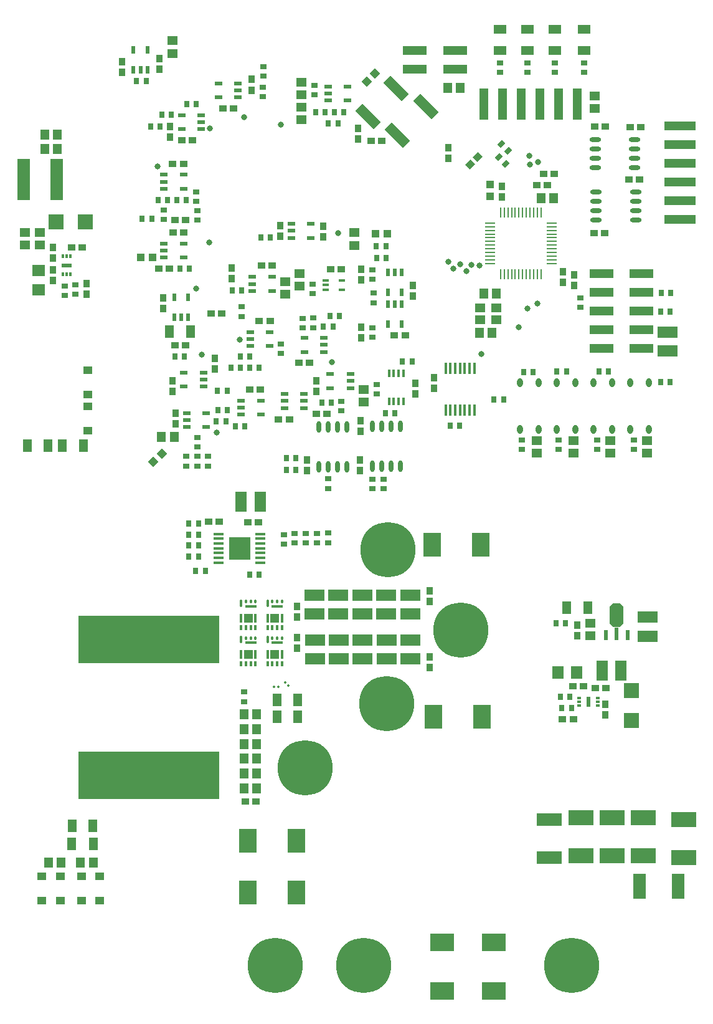
<source format=gbr>
%TF.GenerationSoftware,Altium Limited,Altium Designer,22.1.2 (22)*%
G04 Layer_Color=8421504*
%FSLAX45Y45*%
%MOMM*%
%TF.SameCoordinates,C5451D44-FA68-4CDD-92CA-08ED0B408621*%
%TF.FilePolarity,Positive*%
%TF.FileFunction,Paste,Top*%
%TF.Part,Single*%
G01*
G75*
%TA.AperFunction,TestPad*%
%ADD10C,0.80000*%
%TA.AperFunction,SMDPad,CuDef*%
%ADD11R,1.05000X0.95000*%
%ADD12R,1.00000X0.60000*%
%ADD13R,0.95000X0.70000*%
%ADD14R,0.60000X1.00000*%
%ADD15R,1.45000X1.25000*%
%ADD16O,1.55000X0.60000*%
%ADD17R,4.20000X1.27000*%
%ADD18R,3.17500X1.27000*%
%ADD19R,0.70000X0.95000*%
%ADD20R,2.70000X1.60000*%
%ADD21R,0.95000X1.05000*%
%ADD22R,1.25000X1.45000*%
%ADD23R,1.40000X1.20000*%
%ADD24R,1.00000X1.00000*%
%ADD25O,1.40000X0.24500*%
%ADD26O,0.24500X1.40000*%
G04:AMPARAMS|DCode=27|XSize=0.95mm|YSize=0.7mm|CornerRadius=0mm|HoleSize=0mm|Usage=FLASHONLY|Rotation=225.000|XOffset=0mm|YOffset=0mm|HoleType=Round|Shape=Rectangle|*
%AMROTATEDRECTD27*
4,1,4,0.08839,0.58336,0.58336,0.08839,-0.08839,-0.58336,-0.58336,-0.08839,0.08839,0.58336,0.0*
%
%ADD27ROTATEDRECTD27*%

G04:AMPARAMS|DCode=28|XSize=0.95mm|YSize=1.05mm|CornerRadius=0mm|HoleSize=0mm|Usage=FLASHONLY|Rotation=135.000|XOffset=0mm|YOffset=0mm|HoleType=Round|Shape=Rectangle|*
%AMROTATEDRECTD28*
4,1,4,0.70711,0.03535,-0.03535,-0.70711,-0.70711,-0.03535,0.03535,0.70711,0.70711,0.03535,0.0*
%
%ADD28ROTATEDRECTD28*%

%ADD29R,1.27000X4.20000*%
%ADD30P,1.41421X4X360.0*%
G04:AMPARAMS|DCode=31|XSize=1.397mm|YSize=3.556mm|CornerRadius=0mm|HoleSize=0mm|Usage=FLASHONLY|Rotation=225.000|XOffset=0mm|YOffset=0mm|HoleType=Round|Shape=Rectangle|*
%AMROTATEDRECTD31*
4,1,4,-0.76332,1.75115,1.75115,-0.76332,0.76332,-1.75115,-1.75115,0.76332,-0.76332,1.75115,0.0*
%
%ADD31ROTATEDRECTD31*%

%ADD32R,1.05000X0.60000*%
%ADD33R,1.00000X1.00000*%
%ADD34R,0.90000X0.39500*%
%ADD35R,0.60000X1.05000*%
%ADD36R,1.25000X1.75000*%
%ADD37R,1.80000X5.70000*%
%ADD38R,2.00000X2.00000*%
%ADD39R,0.30000X0.60000*%
%ADD42R,1.80000X1.60000*%
%ADD43R,1.20000X1.00000*%
%ADD44O,0.80000X1.20000*%
%ADD45R,0.35000X1.60000*%
%ADD46O,0.39500X1.10000*%
%ADD47R,1.10000X0.60000*%
%ADD48O,0.60000X1.55000*%
%ADD49R,3.00000X3.10000*%
%ADD50R,1.45000X0.35000*%
%ADD51R,1.60000X2.70000*%
%ADD52C,7.50000*%
%ADD54R,19.20000X6.55000*%
%ADD55R,1.30000X1.80000*%
%ADD56R,2.40000X3.30000*%
G04:AMPARAMS|DCode=57|XSize=1.9mm|YSize=3.2mm|CornerRadius=0mm|HoleSize=0mm|Usage=FLASHONLY|Rotation=180.000|XOffset=0mm|YOffset=0mm|HoleType=Round|Shape=Octagon|*
%AMOCTAGOND57*
4,1,8,0.47500,-1.60000,-0.47500,-1.60000,-0.95000,-1.12500,-0.95000,1.12500,-0.47500,1.60000,0.47500,1.60000,0.95000,1.12500,0.95000,-1.12500,0.47500,-1.60000,0.0*
%
%ADD57OCTAGOND57*%

%ADD58R,0.60000X1.40000*%
%ADD59R,0.60000X1.80000*%
%ADD60R,1.60000X1.80000*%
%ADD61R,2.00000X2.00000*%
%ADD62R,0.60000X0.30000*%
%ADD65R,3.40000X2.00000*%
%ADD66R,3.50000X1.78000*%
%ADD67R,1.80000X1.30000*%
%ADD68R,1.78000X3.50000*%
%ADD69R,3.30000X2.40000*%
%ADD70C,0.35000*%
%TA.AperFunction,OtherPad,Pad Q3-L (35.425mm,51.935mm)*%
G04:AMPARAMS|DCode=111|XSize=0.28mm|YSize=0.72mm|CornerRadius=0.0742mm|HoleSize=0mm|Usage=FLASHONLY|Rotation=180.000|XOffset=0mm|YOffset=0mm|HoleType=Round|Shape=RoundedRectangle|*
%AMROUNDEDRECTD111*
21,1,0.28000,0.57160,0,0,180.0*
21,1,0.13160,0.72000,0,0,180.0*
1,1,0.14840,-0.06580,0.28580*
1,1,0.14840,0.06580,0.28580*
1,1,0.14840,0.06580,-0.28580*
1,1,0.14840,-0.06580,-0.28580*
%
%ADD111ROUNDEDRECTD111*%
%TA.AperFunction,OtherPad,Pad Q3-K (36.075mm,51.935mm)*%
G04:AMPARAMS|DCode=112|XSize=0.28mm|YSize=0.72mm|CornerRadius=0.0742mm|HoleSize=0mm|Usage=FLASHONLY|Rotation=180.000|XOffset=0mm|YOffset=0mm|HoleType=Round|Shape=RoundedRectangle|*
%AMROUNDEDRECTD112*
21,1,0.28000,0.57160,0,0,180.0*
21,1,0.13160,0.72000,0,0,180.0*
1,1,0.14840,-0.06580,0.28580*
1,1,0.14840,0.06580,0.28580*
1,1,0.14840,0.06580,-0.28580*
1,1,0.14840,-0.06580,-0.28580*
%
%ADD112ROUNDEDRECTD112*%
%TA.AperFunction,OtherPad,Pad Q3-J (36.725mm,51.935mm)*%
G04:AMPARAMS|DCode=113|XSize=0.28mm|YSize=0.72mm|CornerRadius=0.0742mm|HoleSize=0mm|Usage=FLASHONLY|Rotation=180.000|XOffset=0mm|YOffset=0mm|HoleType=Round|Shape=RoundedRectangle|*
%AMROUNDEDRECTD113*
21,1,0.28000,0.57160,0,0,180.0*
21,1,0.13160,0.72000,0,0,180.0*
1,1,0.14840,-0.06580,0.28580*
1,1,0.14840,0.06580,0.28580*
1,1,0.14840,0.06580,-0.28580*
1,1,0.14840,-0.06580,-0.28580*
%
%ADD113ROUNDEDRECTD113*%
%TA.AperFunction,OtherPad,Pad Q3-I (37.375mm,51.935mm)*%
G04:AMPARAMS|DCode=114|XSize=0.28mm|YSize=0.72mm|CornerRadius=0.0742mm|HoleSize=0mm|Usage=FLASHONLY|Rotation=180.000|XOffset=0mm|YOffset=0mm|HoleType=Round|Shape=RoundedRectangle|*
%AMROUNDEDRECTD114*
21,1,0.28000,0.57160,0,0,180.0*
21,1,0.13160,0.72000,0,0,180.0*
1,1,0.14840,-0.06580,0.28580*
1,1,0.14840,0.06580,0.28580*
1,1,0.14840,0.06580,-0.28580*
1,1,0.14840,-0.06580,-0.28580*
%
%ADD114ROUNDEDRECTD114*%
%TA.AperFunction,OtherPad,Pad Q3-A (37.375mm,55.455mm)*%
G04:AMPARAMS|DCode=115|XSize=0.28mm|YSize=0.52mm|CornerRadius=0.0742mm|HoleSize=0mm|Usage=FLASHONLY|Rotation=180.000|XOffset=0mm|YOffset=0mm|HoleType=Round|Shape=RoundedRectangle|*
%AMROUNDEDRECTD115*
21,1,0.28000,0.37160,0,0,180.0*
21,1,0.13160,0.52000,0,0,180.0*
1,1,0.14840,-0.06580,0.18580*
1,1,0.14840,0.06580,0.18580*
1,1,0.14840,0.06580,-0.18580*
1,1,0.14840,-0.06580,-0.18580*
%
%ADD115ROUNDEDRECTD115*%
%TA.AperFunction,OtherPad,Pad Q3-D (36.725mm,55.455mm)*%
G04:AMPARAMS|DCode=116|XSize=0.28mm|YSize=0.52mm|CornerRadius=0.0742mm|HoleSize=0mm|Usage=FLASHONLY|Rotation=180.000|XOffset=0mm|YOffset=0mm|HoleType=Round|Shape=RoundedRectangle|*
%AMROUNDEDRECTD116*
21,1,0.28000,0.37160,0,0,180.0*
21,1,0.13160,0.52000,0,0,180.0*
1,1,0.14840,-0.06580,0.18580*
1,1,0.14840,0.06580,0.18580*
1,1,0.14840,0.06580,-0.18580*
1,1,0.14840,-0.06580,-0.18580*
%
%ADD116ROUNDEDRECTD116*%
%TA.AperFunction,OtherPad,Pad Q3-E (36.075mm,55.455mm)*%
G04:AMPARAMS|DCode=117|XSize=0.28mm|YSize=0.52mm|CornerRadius=0.0742mm|HoleSize=0mm|Usage=FLASHONLY|Rotation=180.000|XOffset=0mm|YOffset=0mm|HoleType=Round|Shape=RoundedRectangle|*
%AMROUNDEDRECTD117*
21,1,0.28000,0.37160,0,0,180.0*
21,1,0.13160,0.52000,0,0,180.0*
1,1,0.14840,-0.06580,0.18580*
1,1,0.14840,0.06580,0.18580*
1,1,0.14840,0.06580,-0.18580*
1,1,0.14840,-0.06580,-0.18580*
%
%ADD117ROUNDEDRECTD117*%
%TA.AperFunction,OtherPad,Pad Q3-B (36.725mm,54.805mm)*%
G04:AMPARAMS|DCode=118|XSize=0.32mm|YSize=1.58mm|CornerRadius=0.0752mm|HoleSize=0mm|Usage=FLASHONLY|Rotation=270.000|XOffset=0mm|YOffset=0mm|HoleType=Round|Shape=RoundedRectangle|*
%AMROUNDEDRECTD118*
21,1,0.32000,1.42960,0,0,270.0*
21,1,0.16960,1.58000,0,0,270.0*
1,1,0.15040,-0.71480,-0.08480*
1,1,0.15040,-0.71480,0.08480*
1,1,0.15040,0.71480,0.08480*
1,1,0.15040,0.71480,-0.08480*
%
%ADD118ROUNDEDRECTD118*%
%TA.AperFunction,OtherPad,Pad Q3-C (35.425mm,55.24mm)*%
G04:AMPARAMS|DCode=119|XSize=0.28mm|YSize=0.95mm|CornerRadius=0.0742mm|HoleSize=0mm|Usage=FLASHONLY|Rotation=180.000|XOffset=0mm|YOffset=0mm|HoleType=Round|Shape=RoundedRectangle|*
%AMROUNDEDRECTD119*
21,1,0.28000,0.80160,0,0,180.0*
21,1,0.13160,0.95000,0,0,180.0*
1,1,0.14840,-0.06580,0.40080*
1,1,0.14840,0.06580,0.40080*
1,1,0.14840,0.06580,-0.40080*
1,1,0.14840,-0.06580,-0.40080*
%
%ADD119ROUNDEDRECTD119*%
%TA.AperFunction,OtherPad,Pad Q3-F (36.4mm,53.2mm)*%
G04:AMPARAMS|DCode=120|XSize=1.11mm|YSize=1.25mm|CornerRadius=0.07215mm|HoleSize=0mm|Usage=FLASHONLY|Rotation=180.000|XOffset=0mm|YOffset=0mm|HoleType=Round|Shape=RoundedRectangle|*
%AMROUNDEDRECTD120*
21,1,1.11000,1.10570,0,0,180.0*
21,1,0.96570,1.25000,0,0,180.0*
1,1,0.14430,-0.48285,0.55285*
1,1,0.14430,0.48285,0.55285*
1,1,0.14430,0.48285,-0.55285*
1,1,0.14430,-0.48285,-0.55285*
%
%ADD120ROUNDEDRECTD120*%
%TA.AperFunction,OtherPad,Pad Q3-G (37.375mm,53.2mm)*%
G04:AMPARAMS|DCode=121|XSize=0.28mm|YSize=1.25mm|CornerRadius=0.0742mm|HoleSize=0mm|Usage=FLASHONLY|Rotation=180.000|XOffset=0mm|YOffset=0mm|HoleType=Round|Shape=RoundedRectangle|*
%AMROUNDEDRECTD121*
21,1,0.28000,1.10160,0,0,180.0*
21,1,0.13160,1.25000,0,0,180.0*
1,1,0.14840,-0.06580,0.55080*
1,1,0.14840,0.06580,0.55080*
1,1,0.14840,0.06580,-0.55080*
1,1,0.14840,-0.06580,-0.55080*
%
%ADD121ROUNDEDRECTD121*%
%TA.AperFunction,OtherPad,Pad Q3-H (35.425mm,53.2mm)*%
G04:AMPARAMS|DCode=122|XSize=0.28mm|YSize=1.25mm|CornerRadius=0.0742mm|HoleSize=0mm|Usage=FLASHONLY|Rotation=180.000|XOffset=0mm|YOffset=0mm|HoleType=Round|Shape=RoundedRectangle|*
%AMROUNDEDRECTD122*
21,1,0.28000,1.10160,0,0,180.0*
21,1,0.13160,1.25000,0,0,180.0*
1,1,0.14840,-0.06580,0.55080*
1,1,0.14840,0.06580,0.55080*
1,1,0.14840,0.06580,-0.55080*
1,1,0.14840,-0.06580,-0.55080*
%
%ADD122ROUNDEDRECTD122*%
%TA.AperFunction,OtherPad,Pad Q4-L (31.825mm,51.935mm)*%
G04:AMPARAMS|DCode=123|XSize=0.28mm|YSize=0.72mm|CornerRadius=0.0742mm|HoleSize=0mm|Usage=FLASHONLY|Rotation=180.000|XOffset=0mm|YOffset=0mm|HoleType=Round|Shape=RoundedRectangle|*
%AMROUNDEDRECTD123*
21,1,0.28000,0.57160,0,0,180.0*
21,1,0.13160,0.72000,0,0,180.0*
1,1,0.14840,-0.06580,0.28580*
1,1,0.14840,0.06580,0.28580*
1,1,0.14840,0.06580,-0.28580*
1,1,0.14840,-0.06580,-0.28580*
%
%ADD123ROUNDEDRECTD123*%
%TA.AperFunction,OtherPad,Pad Q4-K (32.475mm,51.935mm)*%
G04:AMPARAMS|DCode=124|XSize=0.28mm|YSize=0.72mm|CornerRadius=0.0742mm|HoleSize=0mm|Usage=FLASHONLY|Rotation=180.000|XOffset=0mm|YOffset=0mm|HoleType=Round|Shape=RoundedRectangle|*
%AMROUNDEDRECTD124*
21,1,0.28000,0.57160,0,0,180.0*
21,1,0.13160,0.72000,0,0,180.0*
1,1,0.14840,-0.06580,0.28580*
1,1,0.14840,0.06580,0.28580*
1,1,0.14840,0.06580,-0.28580*
1,1,0.14840,-0.06580,-0.28580*
%
%ADD124ROUNDEDRECTD124*%
%TA.AperFunction,OtherPad,Pad Q4-J (33.125mm,51.935mm)*%
G04:AMPARAMS|DCode=125|XSize=0.28mm|YSize=0.72mm|CornerRadius=0.0742mm|HoleSize=0mm|Usage=FLASHONLY|Rotation=180.000|XOffset=0mm|YOffset=0mm|HoleType=Round|Shape=RoundedRectangle|*
%AMROUNDEDRECTD125*
21,1,0.28000,0.57160,0,0,180.0*
21,1,0.13160,0.72000,0,0,180.0*
1,1,0.14840,-0.06580,0.28580*
1,1,0.14840,0.06580,0.28580*
1,1,0.14840,0.06580,-0.28580*
1,1,0.14840,-0.06580,-0.28580*
%
%ADD125ROUNDEDRECTD125*%
%TA.AperFunction,OtherPad,Pad Q4-I (33.775mm,51.935mm)*%
G04:AMPARAMS|DCode=126|XSize=0.28mm|YSize=0.72mm|CornerRadius=0.0742mm|HoleSize=0mm|Usage=FLASHONLY|Rotation=180.000|XOffset=0mm|YOffset=0mm|HoleType=Round|Shape=RoundedRectangle|*
%AMROUNDEDRECTD126*
21,1,0.28000,0.57160,0,0,180.0*
21,1,0.13160,0.72000,0,0,180.0*
1,1,0.14840,-0.06580,0.28580*
1,1,0.14840,0.06580,0.28580*
1,1,0.14840,0.06580,-0.28580*
1,1,0.14840,-0.06580,-0.28580*
%
%ADD126ROUNDEDRECTD126*%
%TA.AperFunction,OtherPad,Pad Q4-A (33.775mm,55.455mm)*%
G04:AMPARAMS|DCode=127|XSize=0.28mm|YSize=0.52mm|CornerRadius=0.0742mm|HoleSize=0mm|Usage=FLASHONLY|Rotation=180.000|XOffset=0mm|YOffset=0mm|HoleType=Round|Shape=RoundedRectangle|*
%AMROUNDEDRECTD127*
21,1,0.28000,0.37160,0,0,180.0*
21,1,0.13160,0.52000,0,0,180.0*
1,1,0.14840,-0.06580,0.18580*
1,1,0.14840,0.06580,0.18580*
1,1,0.14840,0.06580,-0.18580*
1,1,0.14840,-0.06580,-0.18580*
%
%ADD127ROUNDEDRECTD127*%
%TA.AperFunction,OtherPad,Pad Q4-D (33.125mm,55.455mm)*%
G04:AMPARAMS|DCode=128|XSize=0.28mm|YSize=0.52mm|CornerRadius=0.0742mm|HoleSize=0mm|Usage=FLASHONLY|Rotation=180.000|XOffset=0mm|YOffset=0mm|HoleType=Round|Shape=RoundedRectangle|*
%AMROUNDEDRECTD128*
21,1,0.28000,0.37160,0,0,180.0*
21,1,0.13160,0.52000,0,0,180.0*
1,1,0.14840,-0.06580,0.18580*
1,1,0.14840,0.06580,0.18580*
1,1,0.14840,0.06580,-0.18580*
1,1,0.14840,-0.06580,-0.18580*
%
%ADD128ROUNDEDRECTD128*%
%TA.AperFunction,OtherPad,Pad Q4-E (32.475mm,55.455mm)*%
G04:AMPARAMS|DCode=129|XSize=0.28mm|YSize=0.52mm|CornerRadius=0.0742mm|HoleSize=0mm|Usage=FLASHONLY|Rotation=180.000|XOffset=0mm|YOffset=0mm|HoleType=Round|Shape=RoundedRectangle|*
%AMROUNDEDRECTD129*
21,1,0.28000,0.37160,0,0,180.0*
21,1,0.13160,0.52000,0,0,180.0*
1,1,0.14840,-0.06580,0.18580*
1,1,0.14840,0.06580,0.18580*
1,1,0.14840,0.06580,-0.18580*
1,1,0.14840,-0.06580,-0.18580*
%
%ADD129ROUNDEDRECTD129*%
%TA.AperFunction,OtherPad,Pad Q4-B (33.125mm,54.805mm)*%
G04:AMPARAMS|DCode=130|XSize=0.32mm|YSize=1.58mm|CornerRadius=0.0752mm|HoleSize=0mm|Usage=FLASHONLY|Rotation=270.000|XOffset=0mm|YOffset=0mm|HoleType=Round|Shape=RoundedRectangle|*
%AMROUNDEDRECTD130*
21,1,0.32000,1.42960,0,0,270.0*
21,1,0.16960,1.58000,0,0,270.0*
1,1,0.15040,-0.71480,-0.08480*
1,1,0.15040,-0.71480,0.08480*
1,1,0.15040,0.71480,0.08480*
1,1,0.15040,0.71480,-0.08480*
%
%ADD130ROUNDEDRECTD130*%
%TA.AperFunction,OtherPad,Pad Q4-C (31.825mm,55.24mm)*%
G04:AMPARAMS|DCode=131|XSize=0.28mm|YSize=0.95mm|CornerRadius=0.0742mm|HoleSize=0mm|Usage=FLASHONLY|Rotation=180.000|XOffset=0mm|YOffset=0mm|HoleType=Round|Shape=RoundedRectangle|*
%AMROUNDEDRECTD131*
21,1,0.28000,0.80160,0,0,180.0*
21,1,0.13160,0.95000,0,0,180.0*
1,1,0.14840,-0.06580,0.40080*
1,1,0.14840,0.06580,0.40080*
1,1,0.14840,0.06580,-0.40080*
1,1,0.14840,-0.06580,-0.40080*
%
%ADD131ROUNDEDRECTD131*%
%TA.AperFunction,OtherPad,Pad Q4-F (32.8mm,53.2mm)*%
G04:AMPARAMS|DCode=132|XSize=1.11mm|YSize=1.25mm|CornerRadius=0.07215mm|HoleSize=0mm|Usage=FLASHONLY|Rotation=180.000|XOffset=0mm|YOffset=0mm|HoleType=Round|Shape=RoundedRectangle|*
%AMROUNDEDRECTD132*
21,1,1.11000,1.10570,0,0,180.0*
21,1,0.96570,1.25000,0,0,180.0*
1,1,0.14430,-0.48285,0.55285*
1,1,0.14430,0.48285,0.55285*
1,1,0.14430,0.48285,-0.55285*
1,1,0.14430,-0.48285,-0.55285*
%
%ADD132ROUNDEDRECTD132*%
%TA.AperFunction,OtherPad,Pad Q4-G (33.775mm,53.2mm)*%
G04:AMPARAMS|DCode=133|XSize=0.28mm|YSize=1.25mm|CornerRadius=0.0742mm|HoleSize=0mm|Usage=FLASHONLY|Rotation=180.000|XOffset=0mm|YOffset=0mm|HoleType=Round|Shape=RoundedRectangle|*
%AMROUNDEDRECTD133*
21,1,0.28000,1.10160,0,0,180.0*
21,1,0.13160,1.25000,0,0,180.0*
1,1,0.14840,-0.06580,0.55080*
1,1,0.14840,0.06580,0.55080*
1,1,0.14840,0.06580,-0.55080*
1,1,0.14840,-0.06580,-0.55080*
%
%ADD133ROUNDEDRECTD133*%
%TA.AperFunction,OtherPad,Pad Q4-H (31.825mm,53.2mm)*%
G04:AMPARAMS|DCode=134|XSize=0.28mm|YSize=1.25mm|CornerRadius=0.0742mm|HoleSize=0mm|Usage=FLASHONLY|Rotation=180.000|XOffset=0mm|YOffset=0mm|HoleType=Round|Shape=RoundedRectangle|*
%AMROUNDEDRECTD134*
21,1,0.28000,1.10160,0,0,180.0*
21,1,0.13160,1.25000,0,0,180.0*
1,1,0.14840,-0.06580,0.55080*
1,1,0.14840,0.06580,0.55080*
1,1,0.14840,0.06580,-0.55080*
1,1,0.14840,-0.06580,-0.55080*
%
%ADD134ROUNDEDRECTD134*%
%TA.AperFunction,OtherPad,Pad Q2-L (31.825mm,46.99mm)*%
G04:AMPARAMS|DCode=135|XSize=0.28mm|YSize=0.72mm|CornerRadius=0.0742mm|HoleSize=0mm|Usage=FLASHONLY|Rotation=180.000|XOffset=0mm|YOffset=0mm|HoleType=Round|Shape=RoundedRectangle|*
%AMROUNDEDRECTD135*
21,1,0.28000,0.57160,0,0,180.0*
21,1,0.13160,0.72000,0,0,180.0*
1,1,0.14840,-0.06580,0.28580*
1,1,0.14840,0.06580,0.28580*
1,1,0.14840,0.06580,-0.28580*
1,1,0.14840,-0.06580,-0.28580*
%
%ADD135ROUNDEDRECTD135*%
%TA.AperFunction,OtherPad,Pad Q2-K (32.475mm,46.99mm)*%
G04:AMPARAMS|DCode=136|XSize=0.28mm|YSize=0.72mm|CornerRadius=0.0742mm|HoleSize=0mm|Usage=FLASHONLY|Rotation=180.000|XOffset=0mm|YOffset=0mm|HoleType=Round|Shape=RoundedRectangle|*
%AMROUNDEDRECTD136*
21,1,0.28000,0.57160,0,0,180.0*
21,1,0.13160,0.72000,0,0,180.0*
1,1,0.14840,-0.06580,0.28580*
1,1,0.14840,0.06580,0.28580*
1,1,0.14840,0.06580,-0.28580*
1,1,0.14840,-0.06580,-0.28580*
%
%ADD136ROUNDEDRECTD136*%
%TA.AperFunction,OtherPad,Pad Q2-J (33.125mm,46.99mm)*%
G04:AMPARAMS|DCode=137|XSize=0.28mm|YSize=0.72mm|CornerRadius=0.0742mm|HoleSize=0mm|Usage=FLASHONLY|Rotation=180.000|XOffset=0mm|YOffset=0mm|HoleType=Round|Shape=RoundedRectangle|*
%AMROUNDEDRECTD137*
21,1,0.28000,0.57160,0,0,180.0*
21,1,0.13160,0.72000,0,0,180.0*
1,1,0.14840,-0.06580,0.28580*
1,1,0.14840,0.06580,0.28580*
1,1,0.14840,0.06580,-0.28580*
1,1,0.14840,-0.06580,-0.28580*
%
%ADD137ROUNDEDRECTD137*%
%TA.AperFunction,OtherPad,Pad Q2-I (33.775mm,46.99mm)*%
G04:AMPARAMS|DCode=138|XSize=0.28mm|YSize=0.72mm|CornerRadius=0.0742mm|HoleSize=0mm|Usage=FLASHONLY|Rotation=180.000|XOffset=0mm|YOffset=0mm|HoleType=Round|Shape=RoundedRectangle|*
%AMROUNDEDRECTD138*
21,1,0.28000,0.57160,0,0,180.0*
21,1,0.13160,0.72000,0,0,180.0*
1,1,0.14840,-0.06580,0.28580*
1,1,0.14840,0.06580,0.28580*
1,1,0.14840,0.06580,-0.28580*
1,1,0.14840,-0.06580,-0.28580*
%
%ADD138ROUNDEDRECTD138*%
%TA.AperFunction,OtherPad,Pad Q2-A (33.775mm,50.51mm)*%
G04:AMPARAMS|DCode=139|XSize=0.28mm|YSize=0.52mm|CornerRadius=0.0742mm|HoleSize=0mm|Usage=FLASHONLY|Rotation=180.000|XOffset=0mm|YOffset=0mm|HoleType=Round|Shape=RoundedRectangle|*
%AMROUNDEDRECTD139*
21,1,0.28000,0.37160,0,0,180.0*
21,1,0.13160,0.52000,0,0,180.0*
1,1,0.14840,-0.06580,0.18580*
1,1,0.14840,0.06580,0.18580*
1,1,0.14840,0.06580,-0.18580*
1,1,0.14840,-0.06580,-0.18580*
%
%ADD139ROUNDEDRECTD139*%
%TA.AperFunction,OtherPad,Pad Q2-D (33.125mm,50.51mm)*%
G04:AMPARAMS|DCode=140|XSize=0.28mm|YSize=0.52mm|CornerRadius=0.0742mm|HoleSize=0mm|Usage=FLASHONLY|Rotation=180.000|XOffset=0mm|YOffset=0mm|HoleType=Round|Shape=RoundedRectangle|*
%AMROUNDEDRECTD140*
21,1,0.28000,0.37160,0,0,180.0*
21,1,0.13160,0.52000,0,0,180.0*
1,1,0.14840,-0.06580,0.18580*
1,1,0.14840,0.06580,0.18580*
1,1,0.14840,0.06580,-0.18580*
1,1,0.14840,-0.06580,-0.18580*
%
%ADD140ROUNDEDRECTD140*%
%TA.AperFunction,OtherPad,Pad Q2-E (32.475mm,50.51mm)*%
G04:AMPARAMS|DCode=141|XSize=0.28mm|YSize=0.52mm|CornerRadius=0.0742mm|HoleSize=0mm|Usage=FLASHONLY|Rotation=180.000|XOffset=0mm|YOffset=0mm|HoleType=Round|Shape=RoundedRectangle|*
%AMROUNDEDRECTD141*
21,1,0.28000,0.37160,0,0,180.0*
21,1,0.13160,0.52000,0,0,180.0*
1,1,0.14840,-0.06580,0.18580*
1,1,0.14840,0.06580,0.18580*
1,1,0.14840,0.06580,-0.18580*
1,1,0.14840,-0.06580,-0.18580*
%
%ADD141ROUNDEDRECTD141*%
%TA.AperFunction,OtherPad,Pad Q2-B (33.125mm,49.86mm)*%
G04:AMPARAMS|DCode=142|XSize=0.32mm|YSize=1.58mm|CornerRadius=0.0752mm|HoleSize=0mm|Usage=FLASHONLY|Rotation=270.000|XOffset=0mm|YOffset=0mm|HoleType=Round|Shape=RoundedRectangle|*
%AMROUNDEDRECTD142*
21,1,0.32000,1.42960,0,0,270.0*
21,1,0.16960,1.58000,0,0,270.0*
1,1,0.15040,-0.71480,-0.08480*
1,1,0.15040,-0.71480,0.08480*
1,1,0.15040,0.71480,0.08480*
1,1,0.15040,0.71480,-0.08480*
%
%ADD142ROUNDEDRECTD142*%
%TA.AperFunction,OtherPad,Pad Q2-C (31.825mm,50.295mm)*%
G04:AMPARAMS|DCode=143|XSize=0.28mm|YSize=0.95mm|CornerRadius=0.0742mm|HoleSize=0mm|Usage=FLASHONLY|Rotation=180.000|XOffset=0mm|YOffset=0mm|HoleType=Round|Shape=RoundedRectangle|*
%AMROUNDEDRECTD143*
21,1,0.28000,0.80160,0,0,180.0*
21,1,0.13160,0.95000,0,0,180.0*
1,1,0.14840,-0.06580,0.40080*
1,1,0.14840,0.06580,0.40080*
1,1,0.14840,0.06580,-0.40080*
1,1,0.14840,-0.06580,-0.40080*
%
%ADD143ROUNDEDRECTD143*%
%TA.AperFunction,OtherPad,Pad Q2-F (32.8mm,48.255mm)*%
G04:AMPARAMS|DCode=144|XSize=1.11mm|YSize=1.25mm|CornerRadius=0.07215mm|HoleSize=0mm|Usage=FLASHONLY|Rotation=180.000|XOffset=0mm|YOffset=0mm|HoleType=Round|Shape=RoundedRectangle|*
%AMROUNDEDRECTD144*
21,1,1.11000,1.10570,0,0,180.0*
21,1,0.96570,1.25000,0,0,180.0*
1,1,0.14430,-0.48285,0.55285*
1,1,0.14430,0.48285,0.55285*
1,1,0.14430,0.48285,-0.55285*
1,1,0.14430,-0.48285,-0.55285*
%
%ADD144ROUNDEDRECTD144*%
%TA.AperFunction,OtherPad,Pad Q2-G (33.775mm,48.255mm)*%
G04:AMPARAMS|DCode=145|XSize=0.28mm|YSize=1.25mm|CornerRadius=0.0742mm|HoleSize=0mm|Usage=FLASHONLY|Rotation=180.000|XOffset=0mm|YOffset=0mm|HoleType=Round|Shape=RoundedRectangle|*
%AMROUNDEDRECTD145*
21,1,0.28000,1.10160,0,0,180.0*
21,1,0.13160,1.25000,0,0,180.0*
1,1,0.14840,-0.06580,0.55080*
1,1,0.14840,0.06580,0.55080*
1,1,0.14840,0.06580,-0.55080*
1,1,0.14840,-0.06580,-0.55080*
%
%ADD145ROUNDEDRECTD145*%
%TA.AperFunction,OtherPad,Pad Q2-H (31.825mm,48.255mm)*%
G04:AMPARAMS|DCode=146|XSize=0.28mm|YSize=1.25mm|CornerRadius=0.0742mm|HoleSize=0mm|Usage=FLASHONLY|Rotation=180.000|XOffset=0mm|YOffset=0mm|HoleType=Round|Shape=RoundedRectangle|*
%AMROUNDEDRECTD146*
21,1,0.28000,1.10160,0,0,180.0*
21,1,0.13160,1.25000,0,0,180.0*
1,1,0.14840,-0.06580,0.55080*
1,1,0.14840,0.06580,0.55080*
1,1,0.14840,0.06580,-0.55080*
1,1,0.14840,-0.06580,-0.55080*
%
%ADD146ROUNDEDRECTD146*%
%TA.AperFunction,OtherPad,Pad Q1-L (35.425mm,46.99mm)*%
G04:AMPARAMS|DCode=147|XSize=0.28mm|YSize=0.72mm|CornerRadius=0.0742mm|HoleSize=0mm|Usage=FLASHONLY|Rotation=180.000|XOffset=0mm|YOffset=0mm|HoleType=Round|Shape=RoundedRectangle|*
%AMROUNDEDRECTD147*
21,1,0.28000,0.57160,0,0,180.0*
21,1,0.13160,0.72000,0,0,180.0*
1,1,0.14840,-0.06580,0.28580*
1,1,0.14840,0.06580,0.28580*
1,1,0.14840,0.06580,-0.28580*
1,1,0.14840,-0.06580,-0.28580*
%
%ADD147ROUNDEDRECTD147*%
%TA.AperFunction,OtherPad,Pad Q1-K (36.075mm,46.99mm)*%
G04:AMPARAMS|DCode=148|XSize=0.28mm|YSize=0.72mm|CornerRadius=0.0742mm|HoleSize=0mm|Usage=FLASHONLY|Rotation=180.000|XOffset=0mm|YOffset=0mm|HoleType=Round|Shape=RoundedRectangle|*
%AMROUNDEDRECTD148*
21,1,0.28000,0.57160,0,0,180.0*
21,1,0.13160,0.72000,0,0,180.0*
1,1,0.14840,-0.06580,0.28580*
1,1,0.14840,0.06580,0.28580*
1,1,0.14840,0.06580,-0.28580*
1,1,0.14840,-0.06580,-0.28580*
%
%ADD148ROUNDEDRECTD148*%
%TA.AperFunction,OtherPad,Pad Q1-J (36.725mm,46.99mm)*%
G04:AMPARAMS|DCode=149|XSize=0.28mm|YSize=0.72mm|CornerRadius=0.0742mm|HoleSize=0mm|Usage=FLASHONLY|Rotation=180.000|XOffset=0mm|YOffset=0mm|HoleType=Round|Shape=RoundedRectangle|*
%AMROUNDEDRECTD149*
21,1,0.28000,0.57160,0,0,180.0*
21,1,0.13160,0.72000,0,0,180.0*
1,1,0.14840,-0.06580,0.28580*
1,1,0.14840,0.06580,0.28580*
1,1,0.14840,0.06580,-0.28580*
1,1,0.14840,-0.06580,-0.28580*
%
%ADD149ROUNDEDRECTD149*%
%TA.AperFunction,OtherPad,Pad Q1-I (37.375mm,46.99mm)*%
G04:AMPARAMS|DCode=150|XSize=0.28mm|YSize=0.72mm|CornerRadius=0.0742mm|HoleSize=0mm|Usage=FLASHONLY|Rotation=180.000|XOffset=0mm|YOffset=0mm|HoleType=Round|Shape=RoundedRectangle|*
%AMROUNDEDRECTD150*
21,1,0.28000,0.57160,0,0,180.0*
21,1,0.13160,0.72000,0,0,180.0*
1,1,0.14840,-0.06580,0.28580*
1,1,0.14840,0.06580,0.28580*
1,1,0.14840,0.06580,-0.28580*
1,1,0.14840,-0.06580,-0.28580*
%
%ADD150ROUNDEDRECTD150*%
%TA.AperFunction,OtherPad,Pad Q1-A (37.375mm,50.51mm)*%
G04:AMPARAMS|DCode=151|XSize=0.28mm|YSize=0.52mm|CornerRadius=0.0742mm|HoleSize=0mm|Usage=FLASHONLY|Rotation=180.000|XOffset=0mm|YOffset=0mm|HoleType=Round|Shape=RoundedRectangle|*
%AMROUNDEDRECTD151*
21,1,0.28000,0.37160,0,0,180.0*
21,1,0.13160,0.52000,0,0,180.0*
1,1,0.14840,-0.06580,0.18580*
1,1,0.14840,0.06580,0.18580*
1,1,0.14840,0.06580,-0.18580*
1,1,0.14840,-0.06580,-0.18580*
%
%ADD151ROUNDEDRECTD151*%
%TA.AperFunction,OtherPad,Pad Q1-D (36.725mm,50.51mm)*%
G04:AMPARAMS|DCode=152|XSize=0.28mm|YSize=0.52mm|CornerRadius=0.0742mm|HoleSize=0mm|Usage=FLASHONLY|Rotation=180.000|XOffset=0mm|YOffset=0mm|HoleType=Round|Shape=RoundedRectangle|*
%AMROUNDEDRECTD152*
21,1,0.28000,0.37160,0,0,180.0*
21,1,0.13160,0.52000,0,0,180.0*
1,1,0.14840,-0.06580,0.18580*
1,1,0.14840,0.06580,0.18580*
1,1,0.14840,0.06580,-0.18580*
1,1,0.14840,-0.06580,-0.18580*
%
%ADD152ROUNDEDRECTD152*%
%TA.AperFunction,OtherPad,Pad Q1-E (36.075mm,50.51mm)*%
G04:AMPARAMS|DCode=153|XSize=0.28mm|YSize=0.52mm|CornerRadius=0.0742mm|HoleSize=0mm|Usage=FLASHONLY|Rotation=180.000|XOffset=0mm|YOffset=0mm|HoleType=Round|Shape=RoundedRectangle|*
%AMROUNDEDRECTD153*
21,1,0.28000,0.37160,0,0,180.0*
21,1,0.13160,0.52000,0,0,180.0*
1,1,0.14840,-0.06580,0.18580*
1,1,0.14840,0.06580,0.18580*
1,1,0.14840,0.06580,-0.18580*
1,1,0.14840,-0.06580,-0.18580*
%
%ADD153ROUNDEDRECTD153*%
%TA.AperFunction,OtherPad,Pad Q1-B (36.725mm,49.86mm)*%
G04:AMPARAMS|DCode=154|XSize=0.32mm|YSize=1.58mm|CornerRadius=0.0752mm|HoleSize=0mm|Usage=FLASHONLY|Rotation=270.000|XOffset=0mm|YOffset=0mm|HoleType=Round|Shape=RoundedRectangle|*
%AMROUNDEDRECTD154*
21,1,0.32000,1.42960,0,0,270.0*
21,1,0.16960,1.58000,0,0,270.0*
1,1,0.15040,-0.71480,-0.08480*
1,1,0.15040,-0.71480,0.08480*
1,1,0.15040,0.71480,0.08480*
1,1,0.15040,0.71480,-0.08480*
%
%ADD154ROUNDEDRECTD154*%
%TA.AperFunction,OtherPad,Pad Q1-C (35.425mm,50.295mm)*%
G04:AMPARAMS|DCode=155|XSize=0.28mm|YSize=0.95mm|CornerRadius=0.0742mm|HoleSize=0mm|Usage=FLASHONLY|Rotation=180.000|XOffset=0mm|YOffset=0mm|HoleType=Round|Shape=RoundedRectangle|*
%AMROUNDEDRECTD155*
21,1,0.28000,0.80160,0,0,180.0*
21,1,0.13160,0.95000,0,0,180.0*
1,1,0.14840,-0.06580,0.40080*
1,1,0.14840,0.06580,0.40080*
1,1,0.14840,0.06580,-0.40080*
1,1,0.14840,-0.06580,-0.40080*
%
%ADD155ROUNDEDRECTD155*%
%TA.AperFunction,OtherPad,Pad Q1-F (36.4mm,48.255mm)*%
G04:AMPARAMS|DCode=156|XSize=1.11mm|YSize=1.25mm|CornerRadius=0.07215mm|HoleSize=0mm|Usage=FLASHONLY|Rotation=180.000|XOffset=0mm|YOffset=0mm|HoleType=Round|Shape=RoundedRectangle|*
%AMROUNDEDRECTD156*
21,1,1.11000,1.10570,0,0,180.0*
21,1,0.96570,1.25000,0,0,180.0*
1,1,0.14430,-0.48285,0.55285*
1,1,0.14430,0.48285,0.55285*
1,1,0.14430,0.48285,-0.55285*
1,1,0.14430,-0.48285,-0.55285*
%
%ADD156ROUNDEDRECTD156*%
%TA.AperFunction,OtherPad,Pad Q1-G (37.375mm,48.255mm)*%
G04:AMPARAMS|DCode=157|XSize=0.28mm|YSize=1.25mm|CornerRadius=0.0742mm|HoleSize=0mm|Usage=FLASHONLY|Rotation=180.000|XOffset=0mm|YOffset=0mm|HoleType=Round|Shape=RoundedRectangle|*
%AMROUNDEDRECTD157*
21,1,0.28000,1.10160,0,0,180.0*
21,1,0.13160,1.25000,0,0,180.0*
1,1,0.14840,-0.06580,0.55080*
1,1,0.14840,0.06580,0.55080*
1,1,0.14840,0.06580,-0.55080*
1,1,0.14840,-0.06580,-0.55080*
%
%ADD157ROUNDEDRECTD157*%
%TA.AperFunction,OtherPad,Pad Q1-H (35.425mm,48.255mm)*%
G04:AMPARAMS|DCode=158|XSize=0.28mm|YSize=1.25mm|CornerRadius=0.0742mm|HoleSize=0mm|Usage=FLASHONLY|Rotation=180.000|XOffset=0mm|YOffset=0mm|HoleType=Round|Shape=RoundedRectangle|*
%AMROUNDEDRECTD158*
21,1,0.28000,1.10160,0,0,180.0*
21,1,0.13160,1.25000,0,0,180.0*
1,1,0.14840,-0.06580,0.55080*
1,1,0.14840,0.06580,0.55080*
1,1,0.14840,0.06580,-0.55080*
1,1,0.14840,-0.06580,-0.55080*
%
%ADD158ROUNDEDRECTD158*%
%TA.AperFunction,NonConductor*%
%ADD159R,1.40000X0.58000*%
%ADD160R,0.58000X1.40000*%
D10*
X4416351Y8799918D02*
D03*
X2850000Y7840000D02*
D03*
X3160000Y9102500D02*
D03*
X4500000Y10550000D02*
D03*
X2650000Y8900000D02*
D03*
X2575000Y9800000D02*
D03*
X2750000Y10425000D02*
D03*
X2050000Y11455000D02*
D03*
X2760000Y11972500D02*
D03*
X3225000Y12125000D02*
D03*
X3725000Y12025000D02*
D03*
X6955000Y9272500D02*
D03*
X7072500Y9522500D02*
D03*
X6445000Y8907500D02*
D03*
X7207500Y9592500D02*
D03*
X7217500Y11512500D02*
D03*
X7110000Y11482500D02*
D03*
X7097500Y11597500D02*
D03*
X6425000Y10110000D02*
D03*
X6315000Y10120000D02*
D03*
X6245000Y10037500D02*
D03*
X6160000Y10125000D02*
D03*
X6067500Y10067500D02*
D03*
X6000000Y10160000D02*
D03*
D11*
X3837500Y8015000D02*
D03*
X3692500D02*
D03*
X8457500Y11277500D02*
D03*
X8602500D02*
D03*
X8132500Y12000000D02*
D03*
X7987500D02*
D03*
X8615000Y11987500D02*
D03*
X8470000D02*
D03*
X8122500Y10550000D02*
D03*
X7977500D02*
D03*
X7437500Y11352500D02*
D03*
X7292500D02*
D03*
X7347500Y11202500D02*
D03*
X7202500D02*
D03*
X4952500Y11800000D02*
D03*
X5097500D02*
D03*
X3080000Y12242500D02*
D03*
X2935000D02*
D03*
X2520000Y11812500D02*
D03*
X2375000D02*
D03*
X2252500Y11492500D02*
D03*
X2397500D02*
D03*
X2430000Y10730000D02*
D03*
X2285000D02*
D03*
X2255000Y10560000D02*
D03*
X2400000D02*
D03*
X2207500Y10067500D02*
D03*
X2062500D02*
D03*
X4400000Y10057500D02*
D03*
X4545000D02*
D03*
X3460000Y10110000D02*
D03*
X3605000D02*
D03*
X5267500Y9160000D02*
D03*
X5412500D02*
D03*
X4110000Y8787500D02*
D03*
X3965000D02*
D03*
X3430000Y9360000D02*
D03*
X3575000D02*
D03*
X2775000Y9457500D02*
D03*
X2920000D02*
D03*
X2282500Y9022500D02*
D03*
X2427500D02*
D03*
X3440000Y8427500D02*
D03*
X3295000D02*
D03*
X875000Y10357500D02*
D03*
X1020000D02*
D03*
X4205000Y8095000D02*
D03*
X4350000D02*
D03*
X2742500Y6630000D02*
D03*
X2887500D02*
D03*
X3420000Y6625000D02*
D03*
X3275000D02*
D03*
X7840000Y4397500D02*
D03*
X7695000D02*
D03*
X7995000Y4367500D02*
D03*
X8140000D02*
D03*
X7698640Y3946481D02*
D03*
X7553640D02*
D03*
X3237500Y2830000D02*
D03*
X3382500D02*
D03*
D12*
X4667500Y8445000D02*
D03*
Y8540000D02*
D03*
Y8635000D02*
D03*
X4392500D02*
D03*
Y8445000D02*
D03*
D13*
X4547500Y8267500D02*
D03*
Y8137500D02*
D03*
X7795000Y9672500D02*
D03*
Y9542500D02*
D03*
X7850000Y12864999D02*
D03*
Y12735000D02*
D03*
X7450000Y12864999D02*
D03*
Y12735000D02*
D03*
X7075000Y12864999D02*
D03*
Y12735000D02*
D03*
X6700000Y12864999D02*
D03*
Y12735000D02*
D03*
X4182500Y12560000D02*
D03*
Y12430000D02*
D03*
X3482500Y12812500D02*
D03*
Y12682500D02*
D03*
X3477500Y12532500D02*
D03*
Y12402500D02*
D03*
X2572500Y10982500D02*
D03*
Y11112500D02*
D03*
X2587500Y10727500D02*
D03*
Y10857500D02*
D03*
X2127500Y10732500D02*
D03*
Y10862500D02*
D03*
X4155000Y9855000D02*
D03*
Y9725000D02*
D03*
X4970000Y10055000D02*
D03*
Y9925000D02*
D03*
X4980000Y9735000D02*
D03*
Y9605000D02*
D03*
X4970000Y9265000D02*
D03*
Y9135000D02*
D03*
X4015000Y9392500D02*
D03*
Y9262500D02*
D03*
X4165000Y9395000D02*
D03*
Y9265000D02*
D03*
X3187500Y9547500D02*
D03*
Y9417500D02*
D03*
X3722500Y8917500D02*
D03*
Y9047500D02*
D03*
X2585995Y7774243D02*
D03*
Y7644243D02*
D03*
X2735995Y7516743D02*
D03*
Y7386743D02*
D03*
X2585995Y7516743D02*
D03*
Y7386743D02*
D03*
X2435995Y7516743D02*
D03*
Y7386743D02*
D03*
X782500Y9832500D02*
D03*
Y9702500D02*
D03*
X932500Y9720000D02*
D03*
Y9850000D02*
D03*
X8525000Y7740000D02*
D03*
Y7610000D02*
D03*
X8025000Y7740000D02*
D03*
Y7610000D02*
D03*
X7500000Y7740000D02*
D03*
Y7610000D02*
D03*
X7000000Y7740000D02*
D03*
Y7610000D02*
D03*
X5025000Y8492500D02*
D03*
Y8362500D02*
D03*
X5120000Y7080000D02*
D03*
Y7210000D02*
D03*
X4970000Y7080000D02*
D03*
Y7210000D02*
D03*
X4362500Y7082500D02*
D03*
Y7212500D02*
D03*
X4370000Y6475000D02*
D03*
Y6345000D02*
D03*
X4212500Y6342500D02*
D03*
Y6472500D02*
D03*
X4062500Y6342500D02*
D03*
Y6472500D02*
D03*
X3912500Y6342500D02*
D03*
Y6472500D02*
D03*
X3220000Y4185000D02*
D03*
Y4315000D02*
D03*
X3762500Y6452500D02*
D03*
Y6322500D02*
D03*
D14*
X5365000Y9587500D02*
D03*
X5270000D02*
D03*
X5175000D02*
D03*
Y9312500D02*
D03*
X5365000D02*
D03*
Y10017500D02*
D03*
X5270000D02*
D03*
X5175000D02*
D03*
Y9742500D02*
D03*
X5365000D02*
D03*
X1720000Y12767500D02*
D03*
X1815000D02*
D03*
X1909999D02*
D03*
Y13042500D02*
D03*
X1720000D02*
D03*
D15*
X7990000Y12415000D02*
D03*
Y12245000D02*
D03*
X4005000Y12427500D02*
D03*
Y12597500D02*
D03*
X2247500Y12992500D02*
D03*
Y13162500D02*
D03*
X3780000Y9717500D02*
D03*
Y9887500D02*
D03*
X3980000Y9827500D02*
D03*
Y9997500D02*
D03*
X4720000Y10555000D02*
D03*
Y10385000D02*
D03*
X242500Y10387500D02*
D03*
Y10557500D02*
D03*
X445000Y10387500D02*
D03*
Y10557500D02*
D03*
X8700000Y7565000D02*
D03*
Y7735000D02*
D03*
X8200000Y7565000D02*
D03*
Y7735000D02*
D03*
X7700000Y7565000D02*
D03*
Y7735000D02*
D03*
X7200000Y7565000D02*
D03*
Y7735000D02*
D03*
X4850000Y8257500D02*
D03*
Y8427500D02*
D03*
X7930000Y5250000D02*
D03*
Y5080000D02*
D03*
X4005000Y12087500D02*
D03*
Y12257500D02*
D03*
D16*
X7995000Y11823000D02*
D03*
Y11696000D02*
D03*
Y11569000D02*
D03*
Y11442000D02*
D03*
X8535000Y11823000D02*
D03*
Y11696000D02*
D03*
Y11569000D02*
D03*
Y11442000D02*
D03*
X8544999Y10729500D02*
D03*
Y10856500D02*
D03*
Y10983500D02*
D03*
Y11110500D02*
D03*
X8004999Y10729500D02*
D03*
Y10856500D02*
D03*
Y10983500D02*
D03*
Y11110500D02*
D03*
D17*
X9150000Y10738000D02*
D03*
Y10992000D02*
D03*
Y11246000D02*
D03*
Y11500000D02*
D03*
Y11754000D02*
D03*
Y12008000D02*
D03*
D18*
X8626798Y9997699D02*
D03*
Y9743699D02*
D03*
Y9489699D02*
D03*
Y9235699D02*
D03*
Y8981699D02*
D03*
X8080698D02*
D03*
Y9235699D02*
D03*
Y9489699D02*
D03*
Y9743699D02*
D03*
Y9997699D02*
D03*
X5546950Y12780000D02*
D03*
Y13034000D02*
D03*
X6093050D02*
D03*
Y12780000D02*
D03*
D19*
X9023197Y9735699D02*
D03*
X8893197D02*
D03*
X9013197Y9480699D02*
D03*
X8883197D02*
D03*
X4580000Y12195000D02*
D03*
X4450000D02*
D03*
X4322500D02*
D03*
X4192500D02*
D03*
X4500000Y12040000D02*
D03*
X4370000D02*
D03*
X1760000Y12612500D02*
D03*
X1890000D02*
D03*
X2105000Y12155000D02*
D03*
X2235000D02*
D03*
X1950000Y12000000D02*
D03*
X2080000D02*
D03*
X2440000Y12305000D02*
D03*
X2570000D02*
D03*
X2307500Y10997500D02*
D03*
X2437500D02*
D03*
X2182500Y11000000D02*
D03*
X2052500D02*
D03*
X1967500Y10747500D02*
D03*
X1837500D02*
D03*
X2477500Y10065000D02*
D03*
X2347500D02*
D03*
X3450000Y10492500D02*
D03*
X3580000D02*
D03*
X3060000Y9772500D02*
D03*
X3190000D02*
D03*
X5020000Y10375000D02*
D03*
X5150000D02*
D03*
X5022500Y10210000D02*
D03*
X5152500D02*
D03*
X4517500Y9427500D02*
D03*
X4387500D02*
D03*
X4300000Y9277500D02*
D03*
X4430000D02*
D03*
X3172500Y8870000D02*
D03*
X3302500D02*
D03*
X3045000Y8717500D02*
D03*
X3175000D02*
D03*
X3295000D02*
D03*
X3425000D02*
D03*
X2282500Y8870000D02*
D03*
X2412500D02*
D03*
X2862500Y8405000D02*
D03*
X2992500D02*
D03*
X2868495Y8149243D02*
D03*
X2998495D02*
D03*
X2973495Y7996743D02*
D03*
X2843495D02*
D03*
X3232500Y7930000D02*
D03*
X3102500D02*
D03*
X8175000Y8670000D02*
D03*
X8045000D02*
D03*
X7605000Y8667500D02*
D03*
X7475000D02*
D03*
X7155000Y8665000D02*
D03*
X7025000D02*
D03*
X9015000Y8525000D02*
D03*
X8885000D02*
D03*
X6750000Y8287500D02*
D03*
X6620000D02*
D03*
X6022500Y7937500D02*
D03*
X6152500D02*
D03*
X5507500Y8805000D02*
D03*
X5377500D02*
D03*
X5275000Y8102500D02*
D03*
X5145000D02*
D03*
X4410000Y8247500D02*
D03*
X4280000D02*
D03*
X3425000Y5910000D02*
D03*
X3295000D02*
D03*
X7465000Y5252500D02*
D03*
X7595000D02*
D03*
X7675000Y4097500D02*
D03*
X7545000D02*
D03*
X7525000Y4247500D02*
D03*
X7655000D02*
D03*
X3797500Y7490000D02*
D03*
X3927500D02*
D03*
X3925000Y7332500D02*
D03*
X3795000D02*
D03*
X2472500Y6605000D02*
D03*
X2602500D02*
D03*
X2472500Y6305000D02*
D03*
X2602500D02*
D03*
X2472500Y6455000D02*
D03*
X2602500D02*
D03*
X2472500Y6155000D02*
D03*
X2602500D02*
D03*
X2695000Y5960000D02*
D03*
X2565000D02*
D03*
D20*
X8978198Y8948199D02*
D03*
Y9208199D02*
D03*
X4180000Y5635000D02*
D03*
Y5375000D02*
D03*
X4505000Y5635000D02*
D03*
Y5375000D02*
D03*
X4830000Y5635000D02*
D03*
Y5375000D02*
D03*
X5155000Y5635000D02*
D03*
Y5375000D02*
D03*
X5480000Y5635000D02*
D03*
Y5375000D02*
D03*
X5485000Y5025001D02*
D03*
Y4765001D02*
D03*
X5160000Y5025001D02*
D03*
Y4765001D02*
D03*
X4835000Y5025001D02*
D03*
Y4765001D02*
D03*
X4510000Y5025001D02*
D03*
Y4765001D02*
D03*
X4185000Y5025001D02*
D03*
Y4765001D02*
D03*
X8710000Y5075000D02*
D03*
Y5335000D02*
D03*
D21*
X7707500Y9985000D02*
D03*
Y9840000D02*
D03*
X7555000Y10025000D02*
D03*
Y9880000D02*
D03*
X6730000Y11037500D02*
D03*
Y11182500D02*
D03*
X5996447Y11563299D02*
D03*
Y11708299D02*
D03*
X4775000Y11827500D02*
D03*
Y11972500D02*
D03*
X2072500Y12777500D02*
D03*
Y12922501D02*
D03*
X1560000Y12882500D02*
D03*
Y12737500D02*
D03*
X3325000Y12637500D02*
D03*
Y12492500D02*
D03*
X2217500Y11852500D02*
D03*
Y11997500D02*
D03*
X4300000Y10502500D02*
D03*
Y10647500D02*
D03*
X3717500Y10652500D02*
D03*
Y10507500D02*
D03*
X3055000Y9930000D02*
D03*
Y10075000D02*
D03*
X4817500Y9915000D02*
D03*
Y10060000D02*
D03*
X5520000Y9842500D02*
D03*
Y9697500D02*
D03*
X4815000Y9127500D02*
D03*
Y9272500D02*
D03*
X2824671Y8846015D02*
D03*
Y8701015D02*
D03*
X2122500Y9525001D02*
D03*
Y9670000D02*
D03*
X2252171Y8398515D02*
D03*
Y8543515D02*
D03*
X2288495Y7961743D02*
D03*
Y8106743D02*
D03*
X627500Y10355000D02*
D03*
Y10210000D02*
D03*
Y9907500D02*
D03*
Y10052500D02*
D03*
X1082500Y9722500D02*
D03*
Y9867500D02*
D03*
X5802500Y8585000D02*
D03*
Y8440000D02*
D03*
X5552500Y8510000D02*
D03*
Y8365000D02*
D03*
X4207500Y8545000D02*
D03*
Y8400000D02*
D03*
X4802500Y8002500D02*
D03*
Y7857500D02*
D03*
X4800000Y7327500D02*
D03*
Y7472500D02*
D03*
X4075000Y7327500D02*
D03*
Y7472500D02*
D03*
X5750000Y4792500D02*
D03*
Y4647500D02*
D03*
X3940000Y4907500D02*
D03*
Y5052500D02*
D03*
X7752500Y5225000D02*
D03*
Y5080000D02*
D03*
X8137520Y4147140D02*
D03*
Y4002140D02*
D03*
X3940000Y5337500D02*
D03*
Y5482500D02*
D03*
X5750000Y5547500D02*
D03*
Y5692500D02*
D03*
D22*
X6485000Y9732500D02*
D03*
X6655000D02*
D03*
X6595000Y9192500D02*
D03*
X6425000D02*
D03*
X7432500Y11027500D02*
D03*
X7262500D02*
D03*
X6157500Y12525000D02*
D03*
X5987500D02*
D03*
X2270995Y7779243D02*
D03*
X2100995D02*
D03*
X515000Y11890000D02*
D03*
X685000D02*
D03*
X515000Y11690000D02*
D03*
X685000D02*
D03*
X1000000Y2000000D02*
D03*
X1170000D02*
D03*
X565000D02*
D03*
X735000D02*
D03*
X3225000Y4010000D02*
D03*
X3395000D02*
D03*
X3225000Y3010000D02*
D03*
X3395000D02*
D03*
X3225000Y3210000D02*
D03*
X3395000D02*
D03*
X3225000Y3610000D02*
D03*
X3395000D02*
D03*
X3225000Y3410000D02*
D03*
X3395000D02*
D03*
X3225000Y3810000D02*
D03*
X3395000D02*
D03*
D23*
X6429992Y9537492D02*
D03*
X6649992D02*
D03*
Y9377492D02*
D03*
X6429992D02*
D03*
D24*
X6570000Y11050000D02*
D03*
Y11210000D02*
D03*
D25*
X6565000Y10687500D02*
D03*
Y10637500D02*
D03*
Y10587500D02*
D03*
Y10537500D02*
D03*
Y10487500D02*
D03*
Y10437500D02*
D03*
Y10387500D02*
D03*
Y10337500D02*
D03*
Y10287500D02*
D03*
Y10237500D02*
D03*
Y10187500D02*
D03*
Y10137500D02*
D03*
X7405000D02*
D03*
Y10187500D02*
D03*
Y10237500D02*
D03*
Y10287500D02*
D03*
Y10337500D02*
D03*
Y10387500D02*
D03*
Y10437500D02*
D03*
Y10487500D02*
D03*
Y10537500D02*
D03*
Y10587500D02*
D03*
Y10637500D02*
D03*
Y10687500D02*
D03*
D26*
X6710000Y9992500D02*
D03*
X6760000D02*
D03*
X6810000D02*
D03*
X6860000D02*
D03*
X6910000D02*
D03*
X6960000D02*
D03*
X7010000D02*
D03*
X7060000D02*
D03*
X7110000D02*
D03*
X7160000D02*
D03*
X7210000D02*
D03*
X7260000D02*
D03*
Y10832500D02*
D03*
X7210000D02*
D03*
X7160000D02*
D03*
X7110000D02*
D03*
X7060000D02*
D03*
X7010000D02*
D03*
X6960000D02*
D03*
X6910000D02*
D03*
X6860000D02*
D03*
X6810000D02*
D03*
X6760000D02*
D03*
X6710000D02*
D03*
D27*
X6721538Y11763462D02*
D03*
X6813462Y11671538D02*
D03*
X6686538Y11583462D02*
D03*
X6778462Y11491538D02*
D03*
D28*
X6296235Y11478735D02*
D03*
X6398765Y11581265D02*
D03*
D29*
X6480000Y12300000D02*
D03*
X6734000D02*
D03*
X6988000D02*
D03*
X7242000D02*
D03*
X7496000D02*
D03*
X7750000D02*
D03*
D30*
X4888431Y12608431D02*
D03*
X5001568Y12721568D02*
D03*
X2102563Y7553312D02*
D03*
X1989427Y7440175D02*
D03*
D31*
X4906924Y12131924D02*
D03*
X5293076Y12518076D02*
D03*
X5306924Y11881924D02*
D03*
X5693075Y12268076D02*
D03*
D32*
X4365000Y12540000D02*
D03*
Y12445000D02*
D03*
Y12350000D02*
D03*
X4630000D02*
D03*
Y12540000D02*
D03*
X3140000Y12395000D02*
D03*
Y12490000D02*
D03*
Y12585000D02*
D03*
X2875000D02*
D03*
Y12395000D02*
D03*
X2637100Y11964600D02*
D03*
Y12059600D02*
D03*
Y12154600D02*
D03*
X2372100D02*
D03*
Y11964600D02*
D03*
X2133099Y11342801D02*
D03*
Y11247800D02*
D03*
Y11152801D02*
D03*
X2398099D02*
D03*
Y11342801D02*
D03*
X2132500Y10407500D02*
D03*
Y10312500D02*
D03*
Y10217500D02*
D03*
X2397500D02*
D03*
Y10407500D02*
D03*
X3867199Y10675800D02*
D03*
Y10580800D02*
D03*
Y10485800D02*
D03*
X4132199D02*
D03*
Y10675800D02*
D03*
X3335000Y9955000D02*
D03*
Y9860000D02*
D03*
Y9765000D02*
D03*
X3600000D02*
D03*
Y9955000D02*
D03*
X4310000Y8937500D02*
D03*
Y9032500D02*
D03*
Y9127500D02*
D03*
X4045000D02*
D03*
Y8937500D02*
D03*
X3304400Y9208300D02*
D03*
Y9113300D02*
D03*
Y9018300D02*
D03*
X3569400D02*
D03*
Y9208300D02*
D03*
X2669671Y8463515D02*
D03*
Y8558515D02*
D03*
Y8653515D02*
D03*
X2404671D02*
D03*
Y8463515D02*
D03*
X3447500Y8275000D02*
D03*
Y8085000D02*
D03*
X3182500D02*
D03*
Y8180000D02*
D03*
Y8275000D02*
D03*
X2440995Y8104243D02*
D03*
Y8009243D02*
D03*
Y7914243D02*
D03*
X2705995D02*
D03*
Y8104243D02*
D03*
D33*
X1980000Y10220000D02*
D03*
X1820000D02*
D03*
X5010000Y10540000D02*
D03*
X5170000D02*
D03*
D34*
X4555000Y9910000D02*
D03*
Y9780000D02*
D03*
X4335000D02*
D03*
Y9845000D02*
D03*
Y9910000D02*
D03*
D35*
X2275000Y9410000D02*
D03*
X2370000D02*
D03*
X2465000D02*
D03*
Y9675000D02*
D03*
X2275000D02*
D03*
D36*
X2492500Y9212500D02*
D03*
X2207500D02*
D03*
X750000Y7660000D02*
D03*
X1035000D02*
D03*
X882500Y2500000D02*
D03*
X1167500D02*
D03*
X3952500Y4210000D02*
D03*
X3667500D02*
D03*
X3952500Y3980000D02*
D03*
X3667500D02*
D03*
X557500Y7660000D02*
D03*
X272500D02*
D03*
D37*
X675000Y11280000D02*
D03*
X225000D02*
D03*
D38*
X662500Y10705000D02*
D03*
X1062500D02*
D03*
D39*
X762500Y9987500D02*
D03*
X812500D02*
D03*
X862500D02*
D03*
X762500Y10237500D02*
D03*
X812500D02*
D03*
X862500D02*
D03*
D42*
X432500Y9780000D02*
D03*
Y10040000D02*
D03*
D43*
X1095000Y8195000D02*
D03*
Y7865000D02*
D03*
X475000Y1485000D02*
D03*
Y1815000D02*
D03*
X1260000Y1815000D02*
D03*
Y1485000D02*
D03*
X1010000Y1815000D02*
D03*
Y1485000D02*
D03*
X1095000Y8360000D02*
D03*
Y8690000D02*
D03*
X725000Y1485000D02*
D03*
Y1815000D02*
D03*
D44*
X7227000Y8515000D02*
D03*
X6973000D02*
D03*
X7227000Y7885000D02*
D03*
X6973000D02*
D03*
X7727000Y8515000D02*
D03*
X7473000D02*
D03*
X7727000Y7885000D02*
D03*
X7473000D02*
D03*
X8227000Y8515000D02*
D03*
X7973000D02*
D03*
X8227000Y7885000D02*
D03*
X7973000D02*
D03*
X8727000Y8515000D02*
D03*
X8473000D02*
D03*
X8727000Y7885000D02*
D03*
X8473000D02*
D03*
D45*
X5962500Y8150000D02*
D03*
X6027500D02*
D03*
X6092500D02*
D03*
X6157500D02*
D03*
X6222500D02*
D03*
X6287500D02*
D03*
X6352500D02*
D03*
X5962500Y8710000D02*
D03*
X6027500D02*
D03*
X6092500D02*
D03*
X6157500D02*
D03*
X6222500D02*
D03*
X6287500D02*
D03*
X6352500D02*
D03*
D46*
X5387500Y8645000D02*
D03*
X5322500D02*
D03*
X5257500D02*
D03*
X5192500D02*
D03*
X5387500Y8265000D02*
D03*
X5322500D02*
D03*
X5257500D02*
D03*
X5192500D02*
D03*
D47*
X4032500Y8365000D02*
D03*
Y8270000D02*
D03*
Y8175000D02*
D03*
X3772500D02*
D03*
Y8270000D02*
D03*
Y8365000D02*
D03*
D48*
X4242000Y7377500D02*
D03*
X4369000D02*
D03*
X4496000D02*
D03*
X4623000D02*
D03*
X4242000Y7917500D02*
D03*
X4369000D02*
D03*
X4496000D02*
D03*
X4623000D02*
D03*
X4969500Y7382500D02*
D03*
X5096500D02*
D03*
X5223500D02*
D03*
X5350500D02*
D03*
X4969500Y7922500D02*
D03*
X5096500D02*
D03*
X5223500D02*
D03*
X5350500D02*
D03*
D49*
X3160000Y6270000D02*
D03*
D50*
X3442500Y6075000D02*
D03*
Y6140000D02*
D03*
Y6205000D02*
D03*
Y6270000D02*
D03*
Y6335000D02*
D03*
Y6400000D02*
D03*
Y6465000D02*
D03*
X2877500Y6075000D02*
D03*
Y6140000D02*
D03*
Y6205000D02*
D03*
Y6270000D02*
D03*
Y6335000D02*
D03*
Y6400000D02*
D03*
Y6465000D02*
D03*
D51*
X3182500Y6897500D02*
D03*
X3442500D02*
D03*
X8347500Y4610000D02*
D03*
X8087500D02*
D03*
D52*
X6170000Y5160000D02*
D03*
X4050000Y3290000D02*
D03*
X7675000Y600000D02*
D03*
X4850000D02*
D03*
X3650000D02*
D03*
X5160000Y4160000D02*
D03*
X5180000Y6250000D02*
D03*
D54*
X1930000Y5032500D02*
D03*
Y3187500D02*
D03*
D55*
X1170000Y2250000D02*
D03*
X880000D02*
D03*
X7610000Y5465000D02*
D03*
X7900000D02*
D03*
D56*
X3275000Y2295000D02*
D03*
X3935000D02*
D03*
X3270000Y1595000D02*
D03*
X3930000D02*
D03*
X5800000Y3980000D02*
D03*
X6460000D02*
D03*
X5780000Y6320000D02*
D03*
X6440000D02*
D03*
D57*
X8290000Y5357500D02*
D03*
D58*
X8440000Y5087500D02*
D03*
X8140000D02*
D03*
D59*
X8290000Y5107500D02*
D03*
D60*
X7487500Y4585000D02*
D03*
X7747500D02*
D03*
D61*
X8492500Y4332500D02*
D03*
Y3932500D02*
D03*
D62*
X7781140Y4233980D02*
D03*
Y4183980D02*
D03*
Y4133980D02*
D03*
X8031140Y4233980D02*
D03*
Y4183980D02*
D03*
Y4133980D02*
D03*
D65*
X9200000Y2585000D02*
D03*
Y2065000D02*
D03*
X8650000Y2610000D02*
D03*
Y2090000D02*
D03*
X8227500Y2610000D02*
D03*
Y2090000D02*
D03*
X7805000Y2092500D02*
D03*
Y2612500D02*
D03*
D66*
X7375000Y2063500D02*
D03*
X7375000Y2586500D02*
D03*
D67*
X6700000Y13320000D02*
D03*
Y13030000D02*
D03*
X7075000Y13320000D02*
D03*
Y13030000D02*
D03*
X7450000Y13320000D02*
D03*
Y13030000D02*
D03*
X7850000Y13320000D02*
D03*
Y13030000D02*
D03*
D68*
X8598020Y1673860D02*
D03*
X9121020Y1673860D02*
D03*
D69*
X6617500Y257500D02*
D03*
Y917500D02*
D03*
X5917500Y917500D02*
D03*
Y257500D02*
D03*
D70*
X3630000Y4390000D02*
D03*
X3690000D02*
D03*
X3778787Y4446213D02*
D03*
X3821213Y4403787D02*
D03*
D111*
X3542500Y5193500D02*
D03*
D112*
X3607500D02*
D03*
D113*
X3672500D02*
D03*
D114*
X3737500D02*
D03*
D115*
Y5545500D02*
D03*
D116*
X3672500D02*
D03*
D117*
X3607500D02*
D03*
D118*
X3672500Y5480500D02*
D03*
D119*
X3542500Y5524000D02*
D03*
D120*
X3640000Y5320000D02*
D03*
D121*
X3737500D02*
D03*
D122*
X3542500D02*
D03*
D123*
X3182500Y5193500D02*
D03*
D124*
X3247500D02*
D03*
D125*
X3312500D02*
D03*
D126*
X3377500D02*
D03*
D127*
Y5545500D02*
D03*
D128*
X3312500D02*
D03*
D129*
X3247500D02*
D03*
D130*
X3312500Y5480500D02*
D03*
D131*
X3182500Y5524000D02*
D03*
D132*
X3280000Y5320000D02*
D03*
D133*
X3377500D02*
D03*
D134*
X3182500D02*
D03*
D135*
Y4699001D02*
D03*
D136*
X3247500D02*
D03*
D137*
X3312500D02*
D03*
D138*
X3377500D02*
D03*
D139*
Y5051000D02*
D03*
D140*
X3312500D02*
D03*
D141*
X3247500D02*
D03*
D142*
X3312500Y4986000D02*
D03*
D143*
X3182500Y5029500D02*
D03*
D144*
X3280000Y4825500D02*
D03*
D145*
X3377500D02*
D03*
D146*
X3182500D02*
D03*
D147*
X3542500Y4699001D02*
D03*
D148*
X3607500D02*
D03*
D149*
X3672500D02*
D03*
D150*
X3737500D02*
D03*
D151*
Y5051000D02*
D03*
D152*
X3672500D02*
D03*
D153*
X3607500D02*
D03*
D154*
X3672500Y4986000D02*
D03*
D155*
X3542500Y5029500D02*
D03*
D156*
X3640000Y4825500D02*
D03*
D157*
X3737500D02*
D03*
D158*
X3542500D02*
D03*
D159*
X812500Y10112488D02*
D03*
D160*
X7906140Y4183980D02*
D03*
%TF.MD5,1e0c85fc50c1e3f155e79c56b4005b3a*%
M02*

</source>
